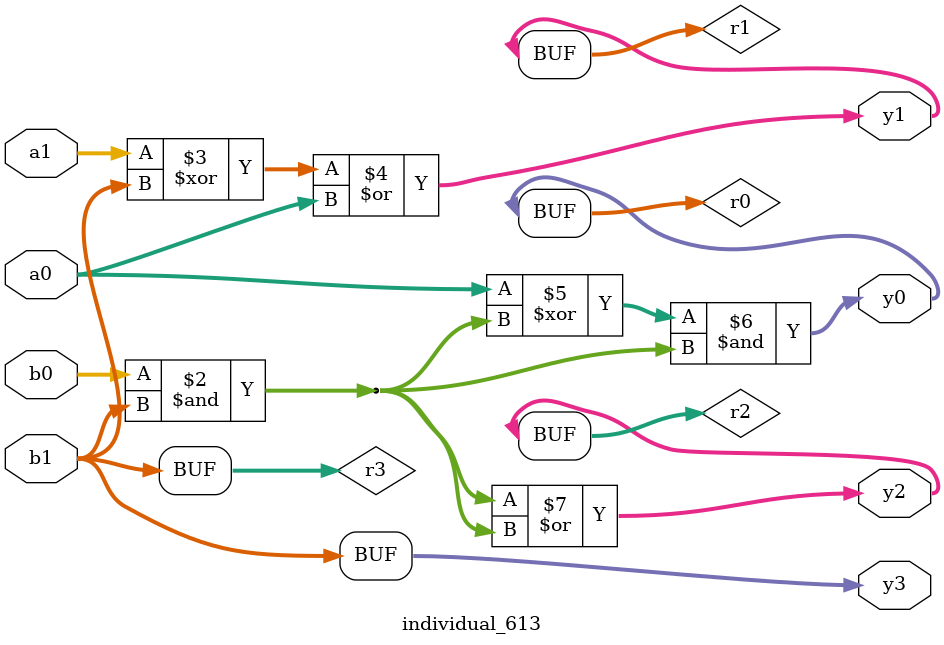
<source format=sv>
module individual_613(input logic [15:0] a1, input logic [15:0] a0, input logic [15:0] b1, input logic [15:0] b0, output logic [15:0] y3, output logic [15:0] y2, output logic [15:0] y1, output logic [15:0] y0);
logic [15:0] r0, r1, r2, r3; 
 always@(*) begin 
	 r0 = a0; r1 = a1; r2 = b0; r3 = b1; 
 	 r2  &=  b1 ;
 	 r1  ^=  b1 ;
 	 r1  |=  r0 ;
 	 r0  ^=  r2 ;
 	 r0  &=  r2 ;
 	 r2  |=  r2 ;
 	 y3 = r3; y2 = r2; y1 = r1; y0 = r0; 
end
endmodule
</source>
